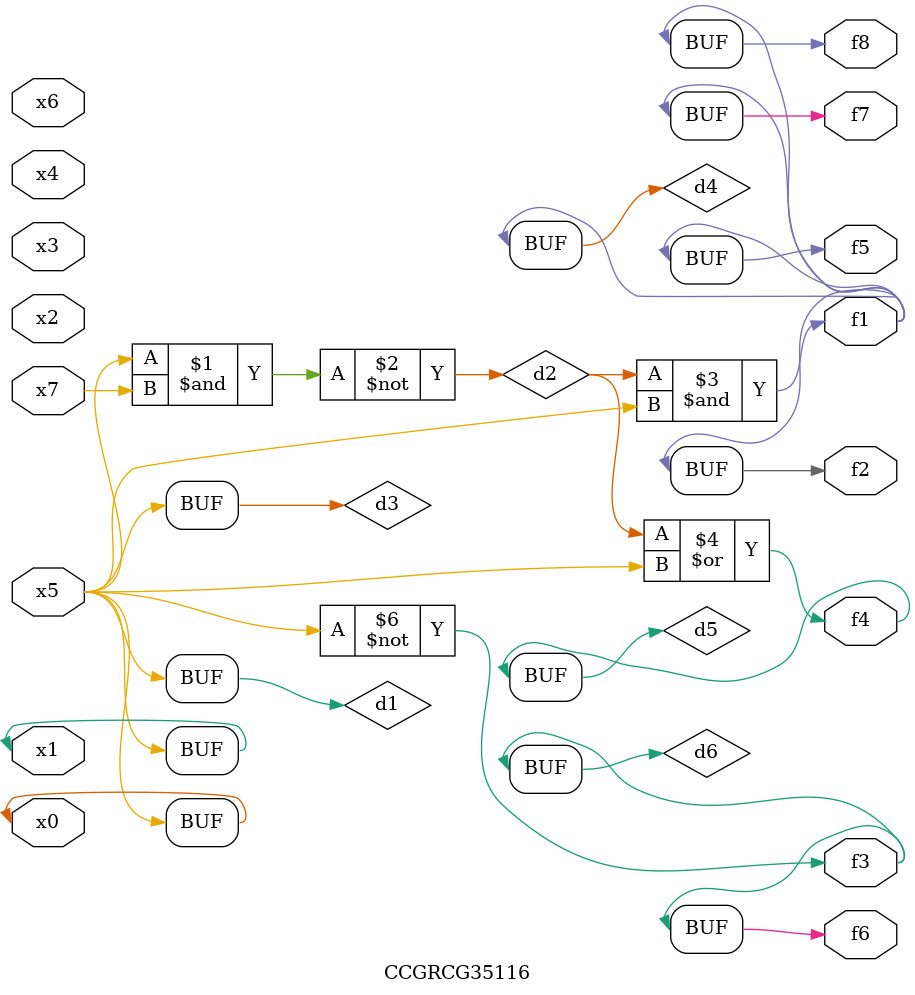
<source format=v>
module CCGRCG35116(
	input x0, x1, x2, x3, x4, x5, x6, x7,
	output f1, f2, f3, f4, f5, f6, f7, f8
);

	wire d1, d2, d3, d4, d5, d6;

	buf (d1, x0, x5);
	nand (d2, x5, x7);
	buf (d3, x0, x1);
	and (d4, d2, d3);
	or (d5, d2, d3);
	nor (d6, d1, d3);
	assign f1 = d4;
	assign f2 = d4;
	assign f3 = d6;
	assign f4 = d5;
	assign f5 = d4;
	assign f6 = d6;
	assign f7 = d4;
	assign f8 = d4;
endmodule

</source>
